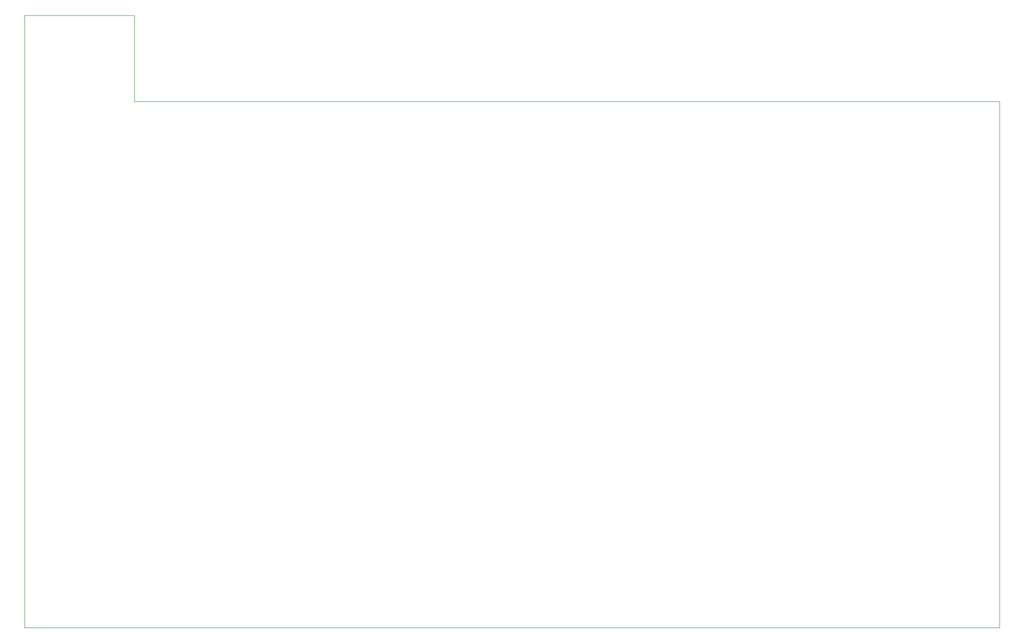
<source format=gbr>
%TF.GenerationSoftware,KiCad,Pcbnew,8.0.6*%
%TF.CreationDate,2024-11-01T15:41:53-06:00*%
%TF.ProjectId,simple_split,73696d70-6c65-45f7-9370-6c69742e6b69,v1.0.0*%
%TF.SameCoordinates,Original*%
%TF.FileFunction,Profile,NP*%
%FSLAX46Y46*%
G04 Gerber Fmt 4.6, Leading zero omitted, Abs format (unit mm)*
G04 Created by KiCad (PCBNEW 8.0.6) date 2024-11-01 15:41:53*
%MOMM*%
%LPD*%
G01*
G04 APERTURE LIST*
%TA.AperFunction,Profile*%
%ADD10C,0.050000*%
%TD*%
G04 APERTURE END LIST*
D10*
X291644000Y-197500000D02*
X291644000Y-99150000D01*
X130000000Y-83500000D02*
X130000000Y-83000000D01*
X109526000Y-83000000D02*
X109526000Y-99150000D01*
X109526000Y-197500000D02*
X291644000Y-197500000D01*
X130000000Y-99150000D02*
X130000000Y-83500000D01*
X109526000Y-99150000D02*
X109526000Y-197500000D01*
X130000000Y-83000000D02*
X109526000Y-83000000D01*
X291644000Y-99150000D02*
X130000000Y-99150000D01*
M02*

</source>
